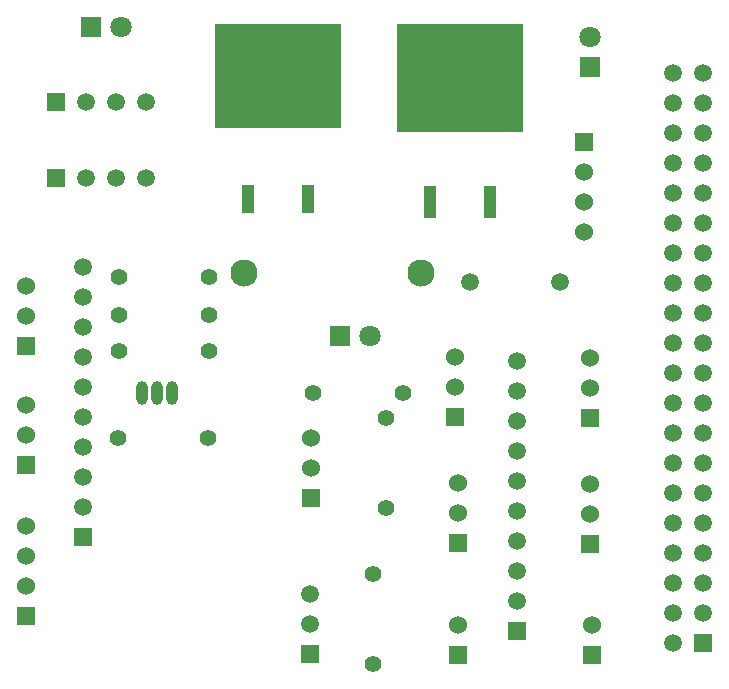
<source format=gbr>
%TF.GenerationSoftware,Altium Limited,Altium Designer,18.1.11 (251)*%
G04 Layer_Color=255*
%FSLAX45Y45*%
%MOMM*%
%TF.FileFunction,Pads,Bot*%
%TF.Part,Single*%
G01*
G75*
%TA.AperFunction,ComponentPad*%
%ADD16C,1.50000*%
%ADD17C,1.52400*%
%ADD18R,1.52400X1.52400*%
%ADD19R,1.80000X1.80000*%
%ADD20C,1.80000*%
%ADD21O,1.00000X2.00000*%
%ADD22O,1.00000X2.00000*%
%ADD23R,1.80000X1.80000*%
%ADD24C,1.40000*%
%ADD25R,1.50000X1.50000*%
%ADD26C,2.30000*%
%ADD27R,1.50000X1.50000*%
%TA.AperFunction,SMDPad,CuDef*%
%ADD29R,1.05000X2.40000*%
%ADD30R,10.65000X8.90000*%
%ADD31R,10.70000X9.20000*%
%ADD32R,1.10000X2.70000*%
D16*
X1549400Y1790700D02*
D03*
Y2044700D02*
D03*
Y2298700D02*
D03*
Y2552700D02*
D03*
Y2806700D02*
D03*
Y3060700D02*
D03*
Y3314700D02*
D03*
Y3568700D02*
D03*
Y3822700D02*
D03*
X2082800Y4572000D02*
D03*
X1828800D02*
D03*
X1574800D02*
D03*
X2082800Y5219700D02*
D03*
X1828800D02*
D03*
X1574800D02*
D03*
X4826000Y3695700D02*
D03*
X5219700Y3022498D02*
D03*
Y2768498D02*
D03*
Y2514498D02*
D03*
Y2260498D02*
D03*
Y2006498D02*
D03*
Y1752498D02*
D03*
Y1498498D02*
D03*
Y1244498D02*
D03*
Y990498D02*
D03*
X6540500Y635000D02*
D03*
X6794500Y889000D02*
D03*
Y1143000D02*
D03*
Y1397000D02*
D03*
Y1651000D02*
D03*
Y1905000D02*
D03*
Y2159000D02*
D03*
Y2413000D02*
D03*
Y2667000D02*
D03*
Y2921000D02*
D03*
Y3175000D02*
D03*
Y3429000D02*
D03*
Y3683000D02*
D03*
Y3937000D02*
D03*
Y4191000D02*
D03*
Y4445000D02*
D03*
Y4699000D02*
D03*
Y4953000D02*
D03*
Y5207000D02*
D03*
Y5461000D02*
D03*
X6540500D02*
D03*
Y5207000D02*
D03*
Y4953000D02*
D03*
Y4699000D02*
D03*
Y4445000D02*
D03*
Y4191000D02*
D03*
Y3937000D02*
D03*
Y3683000D02*
D03*
Y3429000D02*
D03*
Y3175000D02*
D03*
Y2921000D02*
D03*
Y2667000D02*
D03*
Y2413000D02*
D03*
Y2159000D02*
D03*
Y1905000D02*
D03*
Y1651000D02*
D03*
Y1397000D02*
D03*
Y1143000D02*
D03*
Y889000D02*
D03*
X5588000Y3695700D02*
D03*
X3467100Y1054100D02*
D03*
Y800100D02*
D03*
D17*
X1066800Y1117600D02*
D03*
Y1371600D02*
D03*
Y1625600D02*
D03*
Y2400300D02*
D03*
Y2654300D02*
D03*
Y3403600D02*
D03*
Y3657600D02*
D03*
X3479800Y2120800D02*
D03*
Y2374800D02*
D03*
X4724400Y1739900D02*
D03*
Y1993900D02*
D03*
Y787400D02*
D03*
X5854700D02*
D03*
X5842000Y1727200D02*
D03*
Y1981200D02*
D03*
Y2794000D02*
D03*
Y3048000D02*
D03*
X5791200Y4114800D02*
D03*
Y4368800D02*
D03*
Y4622800D02*
D03*
X4699000Y3060598D02*
D03*
Y2806598D02*
D03*
D18*
X1066800Y863600D02*
D03*
Y2146300D02*
D03*
Y3149600D02*
D03*
X3479800Y1866800D02*
D03*
X4724400Y533400D02*
D03*
Y1485900D02*
D03*
X5854700Y533400D02*
D03*
X5842000Y1473200D02*
D03*
Y2540000D02*
D03*
X4699000Y2552598D02*
D03*
X5791200Y4876800D02*
D03*
D19*
X3721100Y3238500D02*
D03*
X1612900Y5854700D02*
D03*
D20*
X3975100Y3238500D02*
D03*
X5842000Y5765800D02*
D03*
X1866900Y5854700D02*
D03*
D21*
X2299906Y2755900D02*
D03*
X2045906D02*
D03*
D22*
X2172906Y2755900D02*
D03*
D23*
X5842000Y5511800D02*
D03*
D24*
X1841500Y2374900D02*
D03*
X2603500D02*
D03*
X3492500Y2756172D02*
D03*
X4114800Y1778000D02*
D03*
X4000500Y1219200D02*
D03*
Y457200D02*
D03*
X4114800Y2540000D02*
D03*
X4254500Y2756172D02*
D03*
X2616200Y3733800D02*
D03*
Y3416300D02*
D03*
Y3111500D02*
D03*
X1854200Y3733800D02*
D03*
Y3416300D02*
D03*
Y3111500D02*
D03*
D25*
X1549400Y1536700D02*
D03*
X3467100Y546100D02*
D03*
X5219700Y736498D02*
D03*
X6794500Y635000D02*
D03*
D26*
X2907599Y3771900D02*
D03*
X4407596D02*
D03*
D27*
X1320800Y4572000D02*
D03*
Y5219700D02*
D03*
D29*
X3454400Y4399941D02*
D03*
X2946400D02*
D03*
D30*
X3200400Y5434940D02*
D03*
D31*
X4737100Y5419940D02*
D03*
D32*
X4483100Y4374943D02*
D03*
X4991100D02*
D03*
%TF.MD5,7f1b8f50c24a3cb0ee097a9cf7752859*%
M02*

</source>
